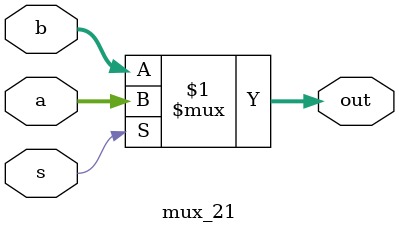
<source format=sv>
module mux_21 #(
    parameter BIT_WIDTH = 8
) (   
    input  logic s, 
    input  logic [BIT_WIDTH-1:0] a, b,
    output logic [BIT_WIDTH-1:0] out
);
    `ifdef COCOTB_SIM
    initial begin
        $dumpfile ("mux_21.vcd");
        $dumpvars (0, mux_21);
        #1;
    end
    `endif 
    assign out = s ? a : b;
endmodule
</source>
